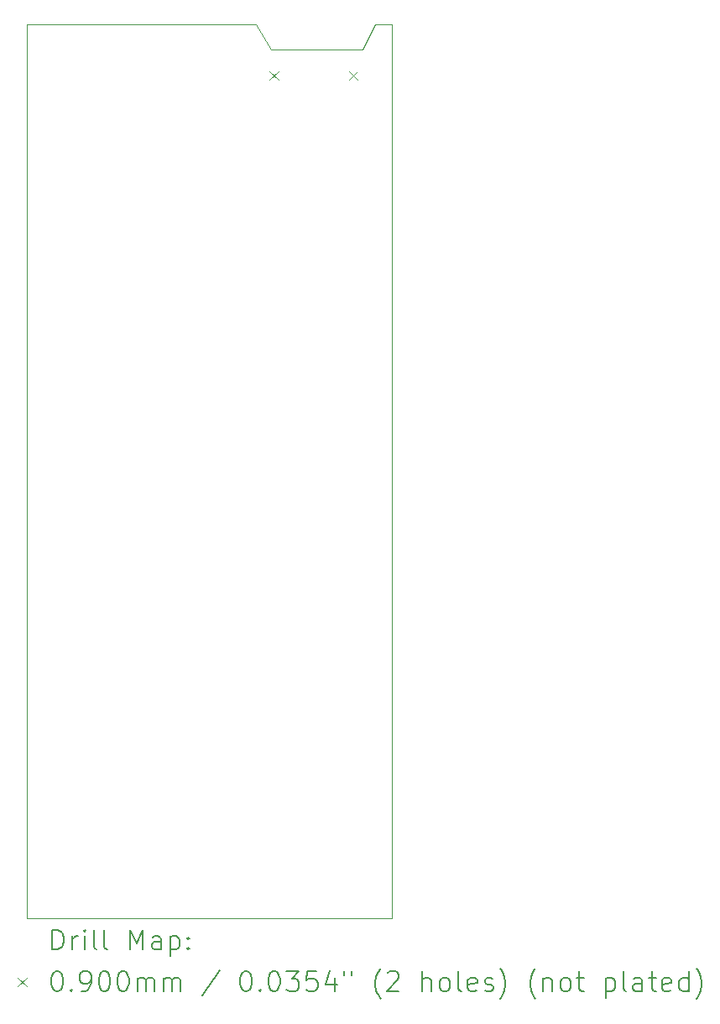
<source format=gbr>
%TF.GenerationSoftware,KiCad,Pcbnew,9.0.5*%
%TF.CreationDate,2025-10-27T18:10:10+01:00*%
%TF.ProjectId,Laser_Electronics,4c617365-725f-4456-9c65-6374726f6e69,2*%
%TF.SameCoordinates,Original*%
%TF.FileFunction,Drillmap*%
%TF.FilePolarity,Positive*%
%FSLAX45Y45*%
G04 Gerber Fmt 4.5, Leading zero omitted, Abs format (unit mm)*
G04 Created by KiCad (PCBNEW 9.0.5) date 2025-10-27 18:10:10*
%MOMM*%
%LPD*%
G01*
G04 APERTURE LIST*
%ADD10C,0.050000*%
%ADD11C,0.200000*%
%ADD12C,0.100000*%
G04 APERTURE END LIST*
D10*
X13639800Y-5842000D02*
X13487400Y-5588000D01*
X11176000Y-14605000D02*
X11176000Y-5588000D01*
X14693900Y-5588000D02*
X14566900Y-5842000D01*
X14859000Y-5588000D02*
X14693900Y-5588000D01*
X11176000Y-5588000D02*
X13487400Y-5588000D01*
X11176000Y-14605000D02*
X14859000Y-14605000D01*
X14859000Y-14605000D02*
X14859000Y-5588000D01*
X14566900Y-5842000D02*
X13639800Y-5842000D01*
D11*
D12*
X13625097Y-6058785D02*
X13715097Y-6148785D01*
X13715097Y-6058785D02*
X13625097Y-6148785D01*
X14425097Y-6058785D02*
X14515097Y-6148785D01*
X14515097Y-6058785D02*
X14425097Y-6148785D01*
D11*
X11434277Y-14918984D02*
X11434277Y-14718984D01*
X11434277Y-14718984D02*
X11481896Y-14718984D01*
X11481896Y-14718984D02*
X11510467Y-14728508D01*
X11510467Y-14728508D02*
X11529515Y-14747555D01*
X11529515Y-14747555D02*
X11539039Y-14766603D01*
X11539039Y-14766603D02*
X11548562Y-14804698D01*
X11548562Y-14804698D02*
X11548562Y-14833269D01*
X11548562Y-14833269D02*
X11539039Y-14871365D01*
X11539039Y-14871365D02*
X11529515Y-14890412D01*
X11529515Y-14890412D02*
X11510467Y-14909460D01*
X11510467Y-14909460D02*
X11481896Y-14918984D01*
X11481896Y-14918984D02*
X11434277Y-14918984D01*
X11634277Y-14918984D02*
X11634277Y-14785650D01*
X11634277Y-14823746D02*
X11643801Y-14804698D01*
X11643801Y-14804698D02*
X11653324Y-14795174D01*
X11653324Y-14795174D02*
X11672372Y-14785650D01*
X11672372Y-14785650D02*
X11691420Y-14785650D01*
X11758086Y-14918984D02*
X11758086Y-14785650D01*
X11758086Y-14718984D02*
X11748562Y-14728508D01*
X11748562Y-14728508D02*
X11758086Y-14738031D01*
X11758086Y-14738031D02*
X11767610Y-14728508D01*
X11767610Y-14728508D02*
X11758086Y-14718984D01*
X11758086Y-14718984D02*
X11758086Y-14738031D01*
X11881896Y-14918984D02*
X11862848Y-14909460D01*
X11862848Y-14909460D02*
X11853324Y-14890412D01*
X11853324Y-14890412D02*
X11853324Y-14718984D01*
X11986658Y-14918984D02*
X11967610Y-14909460D01*
X11967610Y-14909460D02*
X11958086Y-14890412D01*
X11958086Y-14890412D02*
X11958086Y-14718984D01*
X12215229Y-14918984D02*
X12215229Y-14718984D01*
X12215229Y-14718984D02*
X12281896Y-14861841D01*
X12281896Y-14861841D02*
X12348562Y-14718984D01*
X12348562Y-14718984D02*
X12348562Y-14918984D01*
X12529515Y-14918984D02*
X12529515Y-14814222D01*
X12529515Y-14814222D02*
X12519991Y-14795174D01*
X12519991Y-14795174D02*
X12500943Y-14785650D01*
X12500943Y-14785650D02*
X12462848Y-14785650D01*
X12462848Y-14785650D02*
X12443801Y-14795174D01*
X12529515Y-14909460D02*
X12510467Y-14918984D01*
X12510467Y-14918984D02*
X12462848Y-14918984D01*
X12462848Y-14918984D02*
X12443801Y-14909460D01*
X12443801Y-14909460D02*
X12434277Y-14890412D01*
X12434277Y-14890412D02*
X12434277Y-14871365D01*
X12434277Y-14871365D02*
X12443801Y-14852317D01*
X12443801Y-14852317D02*
X12462848Y-14842793D01*
X12462848Y-14842793D02*
X12510467Y-14842793D01*
X12510467Y-14842793D02*
X12529515Y-14833269D01*
X12624753Y-14785650D02*
X12624753Y-14985650D01*
X12624753Y-14795174D02*
X12643801Y-14785650D01*
X12643801Y-14785650D02*
X12681896Y-14785650D01*
X12681896Y-14785650D02*
X12700943Y-14795174D01*
X12700943Y-14795174D02*
X12710467Y-14804698D01*
X12710467Y-14804698D02*
X12719991Y-14823746D01*
X12719991Y-14823746D02*
X12719991Y-14880888D01*
X12719991Y-14880888D02*
X12710467Y-14899936D01*
X12710467Y-14899936D02*
X12700943Y-14909460D01*
X12700943Y-14909460D02*
X12681896Y-14918984D01*
X12681896Y-14918984D02*
X12643801Y-14918984D01*
X12643801Y-14918984D02*
X12624753Y-14909460D01*
X12805705Y-14899936D02*
X12815229Y-14909460D01*
X12815229Y-14909460D02*
X12805705Y-14918984D01*
X12805705Y-14918984D02*
X12796182Y-14909460D01*
X12796182Y-14909460D02*
X12805705Y-14899936D01*
X12805705Y-14899936D02*
X12805705Y-14918984D01*
X12805705Y-14795174D02*
X12815229Y-14804698D01*
X12815229Y-14804698D02*
X12805705Y-14814222D01*
X12805705Y-14814222D02*
X12796182Y-14804698D01*
X12796182Y-14804698D02*
X12805705Y-14795174D01*
X12805705Y-14795174D02*
X12805705Y-14814222D01*
D12*
X11083500Y-15202500D02*
X11173500Y-15292500D01*
X11173500Y-15202500D02*
X11083500Y-15292500D01*
D11*
X11472372Y-15138984D02*
X11491420Y-15138984D01*
X11491420Y-15138984D02*
X11510467Y-15148508D01*
X11510467Y-15148508D02*
X11519991Y-15158031D01*
X11519991Y-15158031D02*
X11529515Y-15177079D01*
X11529515Y-15177079D02*
X11539039Y-15215174D01*
X11539039Y-15215174D02*
X11539039Y-15262793D01*
X11539039Y-15262793D02*
X11529515Y-15300888D01*
X11529515Y-15300888D02*
X11519991Y-15319936D01*
X11519991Y-15319936D02*
X11510467Y-15329460D01*
X11510467Y-15329460D02*
X11491420Y-15338984D01*
X11491420Y-15338984D02*
X11472372Y-15338984D01*
X11472372Y-15338984D02*
X11453324Y-15329460D01*
X11453324Y-15329460D02*
X11443801Y-15319936D01*
X11443801Y-15319936D02*
X11434277Y-15300888D01*
X11434277Y-15300888D02*
X11424753Y-15262793D01*
X11424753Y-15262793D02*
X11424753Y-15215174D01*
X11424753Y-15215174D02*
X11434277Y-15177079D01*
X11434277Y-15177079D02*
X11443801Y-15158031D01*
X11443801Y-15158031D02*
X11453324Y-15148508D01*
X11453324Y-15148508D02*
X11472372Y-15138984D01*
X11624753Y-15319936D02*
X11634277Y-15329460D01*
X11634277Y-15329460D02*
X11624753Y-15338984D01*
X11624753Y-15338984D02*
X11615229Y-15329460D01*
X11615229Y-15329460D02*
X11624753Y-15319936D01*
X11624753Y-15319936D02*
X11624753Y-15338984D01*
X11729515Y-15338984D02*
X11767610Y-15338984D01*
X11767610Y-15338984D02*
X11786658Y-15329460D01*
X11786658Y-15329460D02*
X11796182Y-15319936D01*
X11796182Y-15319936D02*
X11815229Y-15291365D01*
X11815229Y-15291365D02*
X11824753Y-15253269D01*
X11824753Y-15253269D02*
X11824753Y-15177079D01*
X11824753Y-15177079D02*
X11815229Y-15158031D01*
X11815229Y-15158031D02*
X11805705Y-15148508D01*
X11805705Y-15148508D02*
X11786658Y-15138984D01*
X11786658Y-15138984D02*
X11748562Y-15138984D01*
X11748562Y-15138984D02*
X11729515Y-15148508D01*
X11729515Y-15148508D02*
X11719991Y-15158031D01*
X11719991Y-15158031D02*
X11710467Y-15177079D01*
X11710467Y-15177079D02*
X11710467Y-15224698D01*
X11710467Y-15224698D02*
X11719991Y-15243746D01*
X11719991Y-15243746D02*
X11729515Y-15253269D01*
X11729515Y-15253269D02*
X11748562Y-15262793D01*
X11748562Y-15262793D02*
X11786658Y-15262793D01*
X11786658Y-15262793D02*
X11805705Y-15253269D01*
X11805705Y-15253269D02*
X11815229Y-15243746D01*
X11815229Y-15243746D02*
X11824753Y-15224698D01*
X11948562Y-15138984D02*
X11967610Y-15138984D01*
X11967610Y-15138984D02*
X11986658Y-15148508D01*
X11986658Y-15148508D02*
X11996182Y-15158031D01*
X11996182Y-15158031D02*
X12005705Y-15177079D01*
X12005705Y-15177079D02*
X12015229Y-15215174D01*
X12015229Y-15215174D02*
X12015229Y-15262793D01*
X12015229Y-15262793D02*
X12005705Y-15300888D01*
X12005705Y-15300888D02*
X11996182Y-15319936D01*
X11996182Y-15319936D02*
X11986658Y-15329460D01*
X11986658Y-15329460D02*
X11967610Y-15338984D01*
X11967610Y-15338984D02*
X11948562Y-15338984D01*
X11948562Y-15338984D02*
X11929515Y-15329460D01*
X11929515Y-15329460D02*
X11919991Y-15319936D01*
X11919991Y-15319936D02*
X11910467Y-15300888D01*
X11910467Y-15300888D02*
X11900943Y-15262793D01*
X11900943Y-15262793D02*
X11900943Y-15215174D01*
X11900943Y-15215174D02*
X11910467Y-15177079D01*
X11910467Y-15177079D02*
X11919991Y-15158031D01*
X11919991Y-15158031D02*
X11929515Y-15148508D01*
X11929515Y-15148508D02*
X11948562Y-15138984D01*
X12139039Y-15138984D02*
X12158086Y-15138984D01*
X12158086Y-15138984D02*
X12177134Y-15148508D01*
X12177134Y-15148508D02*
X12186658Y-15158031D01*
X12186658Y-15158031D02*
X12196182Y-15177079D01*
X12196182Y-15177079D02*
X12205705Y-15215174D01*
X12205705Y-15215174D02*
X12205705Y-15262793D01*
X12205705Y-15262793D02*
X12196182Y-15300888D01*
X12196182Y-15300888D02*
X12186658Y-15319936D01*
X12186658Y-15319936D02*
X12177134Y-15329460D01*
X12177134Y-15329460D02*
X12158086Y-15338984D01*
X12158086Y-15338984D02*
X12139039Y-15338984D01*
X12139039Y-15338984D02*
X12119991Y-15329460D01*
X12119991Y-15329460D02*
X12110467Y-15319936D01*
X12110467Y-15319936D02*
X12100943Y-15300888D01*
X12100943Y-15300888D02*
X12091420Y-15262793D01*
X12091420Y-15262793D02*
X12091420Y-15215174D01*
X12091420Y-15215174D02*
X12100943Y-15177079D01*
X12100943Y-15177079D02*
X12110467Y-15158031D01*
X12110467Y-15158031D02*
X12119991Y-15148508D01*
X12119991Y-15148508D02*
X12139039Y-15138984D01*
X12291420Y-15338984D02*
X12291420Y-15205650D01*
X12291420Y-15224698D02*
X12300943Y-15215174D01*
X12300943Y-15215174D02*
X12319991Y-15205650D01*
X12319991Y-15205650D02*
X12348563Y-15205650D01*
X12348563Y-15205650D02*
X12367610Y-15215174D01*
X12367610Y-15215174D02*
X12377134Y-15234222D01*
X12377134Y-15234222D02*
X12377134Y-15338984D01*
X12377134Y-15234222D02*
X12386658Y-15215174D01*
X12386658Y-15215174D02*
X12405705Y-15205650D01*
X12405705Y-15205650D02*
X12434277Y-15205650D01*
X12434277Y-15205650D02*
X12453324Y-15215174D01*
X12453324Y-15215174D02*
X12462848Y-15234222D01*
X12462848Y-15234222D02*
X12462848Y-15338984D01*
X12558086Y-15338984D02*
X12558086Y-15205650D01*
X12558086Y-15224698D02*
X12567610Y-15215174D01*
X12567610Y-15215174D02*
X12586658Y-15205650D01*
X12586658Y-15205650D02*
X12615229Y-15205650D01*
X12615229Y-15205650D02*
X12634277Y-15215174D01*
X12634277Y-15215174D02*
X12643801Y-15234222D01*
X12643801Y-15234222D02*
X12643801Y-15338984D01*
X12643801Y-15234222D02*
X12653324Y-15215174D01*
X12653324Y-15215174D02*
X12672372Y-15205650D01*
X12672372Y-15205650D02*
X12700943Y-15205650D01*
X12700943Y-15205650D02*
X12719991Y-15215174D01*
X12719991Y-15215174D02*
X12729515Y-15234222D01*
X12729515Y-15234222D02*
X12729515Y-15338984D01*
X13119991Y-15129460D02*
X12948563Y-15386603D01*
X13377134Y-15138984D02*
X13396182Y-15138984D01*
X13396182Y-15138984D02*
X13415229Y-15148508D01*
X13415229Y-15148508D02*
X13424753Y-15158031D01*
X13424753Y-15158031D02*
X13434277Y-15177079D01*
X13434277Y-15177079D02*
X13443801Y-15215174D01*
X13443801Y-15215174D02*
X13443801Y-15262793D01*
X13443801Y-15262793D02*
X13434277Y-15300888D01*
X13434277Y-15300888D02*
X13424753Y-15319936D01*
X13424753Y-15319936D02*
X13415229Y-15329460D01*
X13415229Y-15329460D02*
X13396182Y-15338984D01*
X13396182Y-15338984D02*
X13377134Y-15338984D01*
X13377134Y-15338984D02*
X13358086Y-15329460D01*
X13358086Y-15329460D02*
X13348563Y-15319936D01*
X13348563Y-15319936D02*
X13339039Y-15300888D01*
X13339039Y-15300888D02*
X13329515Y-15262793D01*
X13329515Y-15262793D02*
X13329515Y-15215174D01*
X13329515Y-15215174D02*
X13339039Y-15177079D01*
X13339039Y-15177079D02*
X13348563Y-15158031D01*
X13348563Y-15158031D02*
X13358086Y-15148508D01*
X13358086Y-15148508D02*
X13377134Y-15138984D01*
X13529515Y-15319936D02*
X13539039Y-15329460D01*
X13539039Y-15329460D02*
X13529515Y-15338984D01*
X13529515Y-15338984D02*
X13519991Y-15329460D01*
X13519991Y-15329460D02*
X13529515Y-15319936D01*
X13529515Y-15319936D02*
X13529515Y-15338984D01*
X13662848Y-15138984D02*
X13681896Y-15138984D01*
X13681896Y-15138984D02*
X13700944Y-15148508D01*
X13700944Y-15148508D02*
X13710467Y-15158031D01*
X13710467Y-15158031D02*
X13719991Y-15177079D01*
X13719991Y-15177079D02*
X13729515Y-15215174D01*
X13729515Y-15215174D02*
X13729515Y-15262793D01*
X13729515Y-15262793D02*
X13719991Y-15300888D01*
X13719991Y-15300888D02*
X13710467Y-15319936D01*
X13710467Y-15319936D02*
X13700944Y-15329460D01*
X13700944Y-15329460D02*
X13681896Y-15338984D01*
X13681896Y-15338984D02*
X13662848Y-15338984D01*
X13662848Y-15338984D02*
X13643801Y-15329460D01*
X13643801Y-15329460D02*
X13634277Y-15319936D01*
X13634277Y-15319936D02*
X13624753Y-15300888D01*
X13624753Y-15300888D02*
X13615229Y-15262793D01*
X13615229Y-15262793D02*
X13615229Y-15215174D01*
X13615229Y-15215174D02*
X13624753Y-15177079D01*
X13624753Y-15177079D02*
X13634277Y-15158031D01*
X13634277Y-15158031D02*
X13643801Y-15148508D01*
X13643801Y-15148508D02*
X13662848Y-15138984D01*
X13796182Y-15138984D02*
X13919991Y-15138984D01*
X13919991Y-15138984D02*
X13853325Y-15215174D01*
X13853325Y-15215174D02*
X13881896Y-15215174D01*
X13881896Y-15215174D02*
X13900944Y-15224698D01*
X13900944Y-15224698D02*
X13910467Y-15234222D01*
X13910467Y-15234222D02*
X13919991Y-15253269D01*
X13919991Y-15253269D02*
X13919991Y-15300888D01*
X13919991Y-15300888D02*
X13910467Y-15319936D01*
X13910467Y-15319936D02*
X13900944Y-15329460D01*
X13900944Y-15329460D02*
X13881896Y-15338984D01*
X13881896Y-15338984D02*
X13824753Y-15338984D01*
X13824753Y-15338984D02*
X13805706Y-15329460D01*
X13805706Y-15329460D02*
X13796182Y-15319936D01*
X14100944Y-15138984D02*
X14005706Y-15138984D01*
X14005706Y-15138984D02*
X13996182Y-15234222D01*
X13996182Y-15234222D02*
X14005706Y-15224698D01*
X14005706Y-15224698D02*
X14024753Y-15215174D01*
X14024753Y-15215174D02*
X14072372Y-15215174D01*
X14072372Y-15215174D02*
X14091420Y-15224698D01*
X14091420Y-15224698D02*
X14100944Y-15234222D01*
X14100944Y-15234222D02*
X14110467Y-15253269D01*
X14110467Y-15253269D02*
X14110467Y-15300888D01*
X14110467Y-15300888D02*
X14100944Y-15319936D01*
X14100944Y-15319936D02*
X14091420Y-15329460D01*
X14091420Y-15329460D02*
X14072372Y-15338984D01*
X14072372Y-15338984D02*
X14024753Y-15338984D01*
X14024753Y-15338984D02*
X14005706Y-15329460D01*
X14005706Y-15329460D02*
X13996182Y-15319936D01*
X14281896Y-15205650D02*
X14281896Y-15338984D01*
X14234277Y-15129460D02*
X14186658Y-15272317D01*
X14186658Y-15272317D02*
X14310467Y-15272317D01*
X14377134Y-15138984D02*
X14377134Y-15177079D01*
X14453325Y-15138984D02*
X14453325Y-15177079D01*
X14748563Y-15415174D02*
X14739039Y-15405650D01*
X14739039Y-15405650D02*
X14719991Y-15377079D01*
X14719991Y-15377079D02*
X14710468Y-15358031D01*
X14710468Y-15358031D02*
X14700944Y-15329460D01*
X14700944Y-15329460D02*
X14691420Y-15281841D01*
X14691420Y-15281841D02*
X14691420Y-15243746D01*
X14691420Y-15243746D02*
X14700944Y-15196127D01*
X14700944Y-15196127D02*
X14710468Y-15167555D01*
X14710468Y-15167555D02*
X14719991Y-15148508D01*
X14719991Y-15148508D02*
X14739039Y-15119936D01*
X14739039Y-15119936D02*
X14748563Y-15110412D01*
X14815229Y-15158031D02*
X14824753Y-15148508D01*
X14824753Y-15148508D02*
X14843801Y-15138984D01*
X14843801Y-15138984D02*
X14891420Y-15138984D01*
X14891420Y-15138984D02*
X14910468Y-15148508D01*
X14910468Y-15148508D02*
X14919991Y-15158031D01*
X14919991Y-15158031D02*
X14929515Y-15177079D01*
X14929515Y-15177079D02*
X14929515Y-15196127D01*
X14929515Y-15196127D02*
X14919991Y-15224698D01*
X14919991Y-15224698D02*
X14805706Y-15338984D01*
X14805706Y-15338984D02*
X14929515Y-15338984D01*
X15167610Y-15338984D02*
X15167610Y-15138984D01*
X15253325Y-15338984D02*
X15253325Y-15234222D01*
X15253325Y-15234222D02*
X15243801Y-15215174D01*
X15243801Y-15215174D02*
X15224753Y-15205650D01*
X15224753Y-15205650D02*
X15196182Y-15205650D01*
X15196182Y-15205650D02*
X15177134Y-15215174D01*
X15177134Y-15215174D02*
X15167610Y-15224698D01*
X15377134Y-15338984D02*
X15358087Y-15329460D01*
X15358087Y-15329460D02*
X15348563Y-15319936D01*
X15348563Y-15319936D02*
X15339039Y-15300888D01*
X15339039Y-15300888D02*
X15339039Y-15243746D01*
X15339039Y-15243746D02*
X15348563Y-15224698D01*
X15348563Y-15224698D02*
X15358087Y-15215174D01*
X15358087Y-15215174D02*
X15377134Y-15205650D01*
X15377134Y-15205650D02*
X15405706Y-15205650D01*
X15405706Y-15205650D02*
X15424753Y-15215174D01*
X15424753Y-15215174D02*
X15434277Y-15224698D01*
X15434277Y-15224698D02*
X15443801Y-15243746D01*
X15443801Y-15243746D02*
X15443801Y-15300888D01*
X15443801Y-15300888D02*
X15434277Y-15319936D01*
X15434277Y-15319936D02*
X15424753Y-15329460D01*
X15424753Y-15329460D02*
X15405706Y-15338984D01*
X15405706Y-15338984D02*
X15377134Y-15338984D01*
X15558087Y-15338984D02*
X15539039Y-15329460D01*
X15539039Y-15329460D02*
X15529515Y-15310412D01*
X15529515Y-15310412D02*
X15529515Y-15138984D01*
X15710468Y-15329460D02*
X15691420Y-15338984D01*
X15691420Y-15338984D02*
X15653325Y-15338984D01*
X15653325Y-15338984D02*
X15634277Y-15329460D01*
X15634277Y-15329460D02*
X15624753Y-15310412D01*
X15624753Y-15310412D02*
X15624753Y-15234222D01*
X15624753Y-15234222D02*
X15634277Y-15215174D01*
X15634277Y-15215174D02*
X15653325Y-15205650D01*
X15653325Y-15205650D02*
X15691420Y-15205650D01*
X15691420Y-15205650D02*
X15710468Y-15215174D01*
X15710468Y-15215174D02*
X15719991Y-15234222D01*
X15719991Y-15234222D02*
X15719991Y-15253269D01*
X15719991Y-15253269D02*
X15624753Y-15272317D01*
X15796182Y-15329460D02*
X15815230Y-15338984D01*
X15815230Y-15338984D02*
X15853325Y-15338984D01*
X15853325Y-15338984D02*
X15872372Y-15329460D01*
X15872372Y-15329460D02*
X15881896Y-15310412D01*
X15881896Y-15310412D02*
X15881896Y-15300888D01*
X15881896Y-15300888D02*
X15872372Y-15281841D01*
X15872372Y-15281841D02*
X15853325Y-15272317D01*
X15853325Y-15272317D02*
X15824753Y-15272317D01*
X15824753Y-15272317D02*
X15805706Y-15262793D01*
X15805706Y-15262793D02*
X15796182Y-15243746D01*
X15796182Y-15243746D02*
X15796182Y-15234222D01*
X15796182Y-15234222D02*
X15805706Y-15215174D01*
X15805706Y-15215174D02*
X15824753Y-15205650D01*
X15824753Y-15205650D02*
X15853325Y-15205650D01*
X15853325Y-15205650D02*
X15872372Y-15215174D01*
X15948563Y-15415174D02*
X15958087Y-15405650D01*
X15958087Y-15405650D02*
X15977134Y-15377079D01*
X15977134Y-15377079D02*
X15986658Y-15358031D01*
X15986658Y-15358031D02*
X15996182Y-15329460D01*
X15996182Y-15329460D02*
X16005706Y-15281841D01*
X16005706Y-15281841D02*
X16005706Y-15243746D01*
X16005706Y-15243746D02*
X15996182Y-15196127D01*
X15996182Y-15196127D02*
X15986658Y-15167555D01*
X15986658Y-15167555D02*
X15977134Y-15148508D01*
X15977134Y-15148508D02*
X15958087Y-15119936D01*
X15958087Y-15119936D02*
X15948563Y-15110412D01*
X16310468Y-15415174D02*
X16300944Y-15405650D01*
X16300944Y-15405650D02*
X16281896Y-15377079D01*
X16281896Y-15377079D02*
X16272372Y-15358031D01*
X16272372Y-15358031D02*
X16262849Y-15329460D01*
X16262849Y-15329460D02*
X16253325Y-15281841D01*
X16253325Y-15281841D02*
X16253325Y-15243746D01*
X16253325Y-15243746D02*
X16262849Y-15196127D01*
X16262849Y-15196127D02*
X16272372Y-15167555D01*
X16272372Y-15167555D02*
X16281896Y-15148508D01*
X16281896Y-15148508D02*
X16300944Y-15119936D01*
X16300944Y-15119936D02*
X16310468Y-15110412D01*
X16386658Y-15205650D02*
X16386658Y-15338984D01*
X16386658Y-15224698D02*
X16396182Y-15215174D01*
X16396182Y-15215174D02*
X16415230Y-15205650D01*
X16415230Y-15205650D02*
X16443801Y-15205650D01*
X16443801Y-15205650D02*
X16462849Y-15215174D01*
X16462849Y-15215174D02*
X16472372Y-15234222D01*
X16472372Y-15234222D02*
X16472372Y-15338984D01*
X16596182Y-15338984D02*
X16577134Y-15329460D01*
X16577134Y-15329460D02*
X16567611Y-15319936D01*
X16567611Y-15319936D02*
X16558087Y-15300888D01*
X16558087Y-15300888D02*
X16558087Y-15243746D01*
X16558087Y-15243746D02*
X16567611Y-15224698D01*
X16567611Y-15224698D02*
X16577134Y-15215174D01*
X16577134Y-15215174D02*
X16596182Y-15205650D01*
X16596182Y-15205650D02*
X16624753Y-15205650D01*
X16624753Y-15205650D02*
X16643801Y-15215174D01*
X16643801Y-15215174D02*
X16653325Y-15224698D01*
X16653325Y-15224698D02*
X16662849Y-15243746D01*
X16662849Y-15243746D02*
X16662849Y-15300888D01*
X16662849Y-15300888D02*
X16653325Y-15319936D01*
X16653325Y-15319936D02*
X16643801Y-15329460D01*
X16643801Y-15329460D02*
X16624753Y-15338984D01*
X16624753Y-15338984D02*
X16596182Y-15338984D01*
X16719992Y-15205650D02*
X16796182Y-15205650D01*
X16748563Y-15138984D02*
X16748563Y-15310412D01*
X16748563Y-15310412D02*
X16758087Y-15329460D01*
X16758087Y-15329460D02*
X16777134Y-15338984D01*
X16777134Y-15338984D02*
X16796182Y-15338984D01*
X17015230Y-15205650D02*
X17015230Y-15405650D01*
X17015230Y-15215174D02*
X17034277Y-15205650D01*
X17034277Y-15205650D02*
X17072373Y-15205650D01*
X17072373Y-15205650D02*
X17091420Y-15215174D01*
X17091420Y-15215174D02*
X17100944Y-15224698D01*
X17100944Y-15224698D02*
X17110468Y-15243746D01*
X17110468Y-15243746D02*
X17110468Y-15300888D01*
X17110468Y-15300888D02*
X17100944Y-15319936D01*
X17100944Y-15319936D02*
X17091420Y-15329460D01*
X17091420Y-15329460D02*
X17072373Y-15338984D01*
X17072373Y-15338984D02*
X17034277Y-15338984D01*
X17034277Y-15338984D02*
X17015230Y-15329460D01*
X17224754Y-15338984D02*
X17205706Y-15329460D01*
X17205706Y-15329460D02*
X17196182Y-15310412D01*
X17196182Y-15310412D02*
X17196182Y-15138984D01*
X17386658Y-15338984D02*
X17386658Y-15234222D01*
X17386658Y-15234222D02*
X17377135Y-15215174D01*
X17377135Y-15215174D02*
X17358087Y-15205650D01*
X17358087Y-15205650D02*
X17319992Y-15205650D01*
X17319992Y-15205650D02*
X17300944Y-15215174D01*
X17386658Y-15329460D02*
X17367611Y-15338984D01*
X17367611Y-15338984D02*
X17319992Y-15338984D01*
X17319992Y-15338984D02*
X17300944Y-15329460D01*
X17300944Y-15329460D02*
X17291420Y-15310412D01*
X17291420Y-15310412D02*
X17291420Y-15291365D01*
X17291420Y-15291365D02*
X17300944Y-15272317D01*
X17300944Y-15272317D02*
X17319992Y-15262793D01*
X17319992Y-15262793D02*
X17367611Y-15262793D01*
X17367611Y-15262793D02*
X17386658Y-15253269D01*
X17453325Y-15205650D02*
X17529515Y-15205650D01*
X17481896Y-15138984D02*
X17481896Y-15310412D01*
X17481896Y-15310412D02*
X17491420Y-15329460D01*
X17491420Y-15329460D02*
X17510468Y-15338984D01*
X17510468Y-15338984D02*
X17529515Y-15338984D01*
X17672373Y-15329460D02*
X17653325Y-15338984D01*
X17653325Y-15338984D02*
X17615230Y-15338984D01*
X17615230Y-15338984D02*
X17596182Y-15329460D01*
X17596182Y-15329460D02*
X17586658Y-15310412D01*
X17586658Y-15310412D02*
X17586658Y-15234222D01*
X17586658Y-15234222D02*
X17596182Y-15215174D01*
X17596182Y-15215174D02*
X17615230Y-15205650D01*
X17615230Y-15205650D02*
X17653325Y-15205650D01*
X17653325Y-15205650D02*
X17672373Y-15215174D01*
X17672373Y-15215174D02*
X17681896Y-15234222D01*
X17681896Y-15234222D02*
X17681896Y-15253269D01*
X17681896Y-15253269D02*
X17586658Y-15272317D01*
X17853325Y-15338984D02*
X17853325Y-15138984D01*
X17853325Y-15329460D02*
X17834277Y-15338984D01*
X17834277Y-15338984D02*
X17796182Y-15338984D01*
X17796182Y-15338984D02*
X17777135Y-15329460D01*
X17777135Y-15329460D02*
X17767611Y-15319936D01*
X17767611Y-15319936D02*
X17758087Y-15300888D01*
X17758087Y-15300888D02*
X17758087Y-15243746D01*
X17758087Y-15243746D02*
X17767611Y-15224698D01*
X17767611Y-15224698D02*
X17777135Y-15215174D01*
X17777135Y-15215174D02*
X17796182Y-15205650D01*
X17796182Y-15205650D02*
X17834277Y-15205650D01*
X17834277Y-15205650D02*
X17853325Y-15215174D01*
X17929516Y-15415174D02*
X17939039Y-15405650D01*
X17939039Y-15405650D02*
X17958087Y-15377079D01*
X17958087Y-15377079D02*
X17967611Y-15358031D01*
X17967611Y-15358031D02*
X17977135Y-15329460D01*
X17977135Y-15329460D02*
X17986658Y-15281841D01*
X17986658Y-15281841D02*
X17986658Y-15243746D01*
X17986658Y-15243746D02*
X17977135Y-15196127D01*
X17977135Y-15196127D02*
X17967611Y-15167555D01*
X17967611Y-15167555D02*
X17958087Y-15148508D01*
X17958087Y-15148508D02*
X17939039Y-15119936D01*
X17939039Y-15119936D02*
X17929516Y-15110412D01*
M02*

</source>
